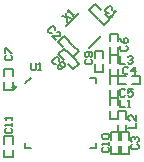
<source format=gto>
%FSLAX24Y24*%
%MOIN*%
G70*
G01*
G75*
G04 Layer_Color=65535*
%ADD10R,0.0197X0.0256*%
%ADD11R,0.0197X0.0236*%
%ADD12R,0.0236X0.0197*%
%ADD13R,0.0400X0.0370*%
G04:AMPARAMS|DCode=14|XSize=47.2mil|YSize=43.3mil|CornerRadius=0mil|HoleSize=0mil|Usage=FLASHONLY|Rotation=225.000|XOffset=0mil|YOffset=0mil|HoleType=Round|Shape=Rectangle|*
%AMROTATEDRECTD14*
4,1,4,0.0014,0.0320,0.0320,0.0014,-0.0014,-0.0320,-0.0320,-0.0014,0.0014,0.0320,0.0*
%
%ADD14ROTATEDRECTD14*%

%ADD15O,0.0256X0.0079*%
%ADD16O,0.0079X0.0256*%
%ADD17R,0.1850X0.1850*%
G04:AMPARAMS|DCode=18|XSize=19.7mil|YSize=23.6mil|CornerRadius=0mil|HoleSize=0mil|Usage=FLASHONLY|Rotation=225.000|XOffset=0mil|YOffset=0mil|HoleType=Round|Shape=Rectangle|*
%AMROTATEDRECTD18*
4,1,4,-0.0014,0.0153,0.0153,-0.0014,0.0014,-0.0153,-0.0153,0.0014,-0.0014,0.0153,0.0*
%
%ADD18ROTATEDRECTD18*%

%ADD19C,0.0370*%
%ADD20C,0.0080*%
%ADD21C,0.0090*%
%ADD22C,0.0060*%
%ADD23C,0.0240*%
%ADD24C,0.0260*%
%ADD25C,0.0098*%
%ADD26C,0.0079*%
%ADD27C,0.0050*%
D22*
X1928Y1678D02*
Y1934D01*
Y1226D02*
Y1482D01*
X1652Y1678D02*
X1652Y1934D01*
Y1226D02*
Y1482D01*
Y1226D02*
X1928Y1226D01*
X1652Y1934D02*
X1928Y1934D01*
X2208Y-192D02*
Y64D01*
Y-644D02*
Y-388D01*
X1932Y-192D02*
Y64D01*
Y-644D02*
Y-388D01*
Y-644D02*
X2208D01*
X1932Y64D02*
X2208D01*
X1928Y258D02*
Y514D01*
Y-194D02*
Y62D01*
X1652Y258D02*
X1652Y514D01*
Y-194D02*
Y62D01*
Y-194D02*
X1928D01*
X1652Y514D02*
X1928D01*
Y2388D02*
Y2644D01*
Y1936D02*
Y2192D01*
X1652Y2388D02*
Y2644D01*
Y1936D02*
Y2192D01*
Y1936D02*
X1928D01*
X1652Y2644D02*
X1928D01*
Y968D02*
Y1224D01*
Y516D02*
Y772D01*
X1652Y968D02*
Y1224D01*
Y516D02*
X1652Y772D01*
X1652Y516D02*
X1928D01*
X1652Y1224D02*
X1928D01*
X2032Y-1354D02*
Y-1098D01*
Y-646D02*
X2032Y-902D01*
X2308Y-1354D02*
Y-1098D01*
Y-902D02*
Y-646D01*
X2032D02*
X2308D01*
X2032Y-1354D02*
X2308D01*
X2398Y952D02*
X2654D01*
X1946D02*
X2202D01*
X2398Y1228D02*
X2654D01*
X1946D02*
X2202D01*
X1946Y952D02*
Y1228D01*
X2654Y952D02*
Y1228D01*
X1702Y-1354D02*
X1978D01*
X1702Y-646D02*
X1978D01*
Y-902D02*
Y-646D01*
Y-1354D02*
Y-1098D01*
X1702Y-902D02*
Y-646D01*
Y-1354D02*
Y-1098D01*
X1173Y3220D02*
X1270Y3123D01*
X212Y2900D02*
X630Y3318D01*
X311Y2370D02*
X414Y2267D01*
X950Y2162D02*
X1365Y2577D01*
X-1858Y-1474D02*
X-1582D01*
X-1858Y-766D02*
X-1582D01*
Y-1022D02*
Y-766D01*
Y-1474D02*
Y-1218D01*
X-1858Y-1022D02*
Y-766D01*
Y-1474D02*
Y-1218D01*
X1152Y2074D02*
X1428D01*
X1152Y1366D02*
X1428D01*
X1152D02*
Y1622D01*
Y1818D02*
Y2074D01*
X1428Y1366D02*
Y1622D01*
Y1818D02*
Y2074D01*
X-58Y1953D02*
X137Y2148D01*
X443Y1452D02*
X638Y1647D01*
X262Y1633D02*
X443Y1452D01*
X-58Y1953D02*
X123Y1772D01*
X457Y1828D02*
X638Y1647D01*
X137Y2148D02*
X318Y1967D01*
X-1858Y1472D02*
X-1582D01*
X-1858Y764D02*
X-1582D01*
X-1858D02*
Y1020D01*
Y1217D02*
Y1472D01*
X-1582Y764D02*
Y1020D01*
Y1217D02*
Y1472D01*
X-78Y2373D02*
X117Y2568D01*
X423Y1872D02*
X618Y2067D01*
X242Y2053D02*
X423Y1872D01*
X-78Y2373D02*
X103Y2192D01*
X437Y2248D02*
X618Y2067D01*
X117Y2568D02*
X298Y2387D01*
X1473Y2922D02*
X1668Y3117D01*
X972Y3423D02*
X1167Y3618D01*
X1348Y3437D01*
X1487Y3298D02*
X1668Y3117D01*
X972Y3423D02*
X1153Y3242D01*
X1292Y3103D02*
X1473Y2922D01*
D25*
X-1486Y866D02*
G03*
X-1486Y866I-49J0D01*
G01*
D26*
X-1181Y984D02*
X-984Y1181D01*
X984D02*
X1181D01*
Y984D02*
Y1181D01*
Y-1181D02*
Y-984D01*
X984Y-1181D02*
X1181D01*
X-1181D02*
X-984D01*
X-1181D02*
Y-984D01*
D27*
X2000Y1900D02*
Y1650D01*
X2167D01*
X2250Y1858D02*
X2292Y1900D01*
X2375D01*
X2417Y1858D01*
Y1817D01*
X2375Y1775D01*
X2333D01*
X2375D01*
X2417Y1733D01*
Y1692D01*
X2375Y1650D01*
X2292D01*
X2250Y1692D01*
X2280Y-500D02*
X2530D01*
Y-333D01*
Y-83D02*
Y-250D01*
X2363Y-83D01*
X2322D01*
X2280Y-125D01*
Y-208D01*
X2322Y-250D01*
X2000Y450D02*
Y200D01*
X2167D01*
X2250D02*
X2333D01*
X2292D01*
Y450D01*
X2250Y408D01*
X2042Y2247D02*
X2000Y2205D01*
Y2122D01*
X2042Y2080D01*
X2208D01*
X2250Y2122D01*
Y2205D01*
X2208Y2247D01*
X2000Y2497D02*
X2042Y2413D01*
X2125Y2330D01*
X2208D01*
X2250Y2372D01*
Y2455D01*
X2208Y2497D01*
X2167D01*
X2125Y2455D01*
Y2330D01*
X2167Y758D02*
X2125Y800D01*
X2042D01*
X2000Y758D01*
Y592D01*
X2042Y550D01*
X2125D01*
X2167Y592D01*
X2417Y800D02*
X2250D01*
Y675D01*
X2333Y717D01*
X2375D01*
X2417Y675D01*
Y592D01*
X2375Y550D01*
X2292D01*
X2250Y592D01*
X2412Y-1043D02*
X2370Y-1085D01*
Y-1168D01*
X2412Y-1210D01*
X2578D01*
X2620Y-1168D01*
Y-1085D01*
X2578Y-1043D01*
X2412Y-960D02*
X2370Y-918D01*
Y-835D01*
X2412Y-793D01*
X2453D01*
X2495Y-835D01*
Y-877D01*
Y-835D01*
X2537Y-793D01*
X2578D01*
X2620Y-835D01*
Y-918D01*
X2578Y-960D01*
X2277Y1498D02*
X2235Y1540D01*
X2152D01*
X2110Y1498D01*
Y1332D01*
X2152Y1290D01*
X2235D01*
X2277Y1332D01*
X2485Y1290D02*
Y1540D01*
X2360Y1415D01*
X2527D01*
X-1801Y1919D02*
X-1842Y1877D01*
Y1794D01*
X-1801Y1752D01*
X-1634D01*
X-1593Y1794D01*
Y1877D01*
X-1634Y1919D01*
X-1842Y2002D02*
Y2168D01*
X-1801D01*
X-1634Y2002D01*
X-1593D01*
X-165Y2769D02*
Y2828D01*
X-224Y2887D01*
X-283D01*
X-401Y2769D01*
Y2711D01*
X-342Y2652D01*
X-283D01*
X-135Y2445D02*
X-253Y2563D01*
X-18D01*
X12Y2593D01*
Y2652D01*
X-47Y2711D01*
X-106D01*
X872Y1787D02*
X830Y1745D01*
Y1662D01*
X872Y1620D01*
X1038D01*
X1080Y1662D01*
Y1745D01*
X1038Y1787D01*
Y1870D02*
X1080Y1912D01*
Y1995D01*
X1038Y2037D01*
X872D01*
X830Y1995D01*
Y1912D01*
X872Y1870D01*
X913D01*
X955Y1912D01*
Y2037D01*
X-25Y1749D02*
Y1808D01*
X-84Y1867D01*
X-143D01*
X-261Y1749D01*
Y1691D01*
X-202Y1632D01*
X-143D01*
X34Y1691D02*
X93D01*
X152Y1632D01*
Y1573D01*
X122Y1543D01*
X63D01*
X63Y1484D01*
X34Y1455D01*
X-25D01*
X-84Y1514D01*
Y1573D01*
X-54Y1602D01*
X5Y1602D01*
Y1661D01*
X34Y1691D01*
X5Y1602D02*
X63Y1543D01*
X-1800Y-513D02*
X-1842Y-555D01*
Y-638D01*
X-1800Y-680D01*
X-1634D01*
X-1592Y-638D01*
Y-555D01*
X-1634Y-513D01*
X-1592Y-430D02*
Y-347D01*
Y-388D01*
X-1842D01*
X-1800Y-430D01*
X-1592Y-222D02*
Y-139D01*
Y-180D01*
X-1842D01*
X-1800Y-222D01*
X-970Y1670D02*
Y1462D01*
X-928Y1420D01*
X-845D01*
X-803Y1462D01*
Y1670D01*
X-720Y1420D02*
X-637D01*
X-678D01*
Y1670D01*
X-720Y1628D01*
X63Y3227D02*
X358Y3168D01*
X181Y3345D02*
X240Y3050D01*
X417Y3227D02*
X476Y3286D01*
X446Y3256D01*
X269Y3433D01*
Y3374D01*
X1745Y3449D02*
Y3508D01*
X1686Y3567D01*
X1627D01*
X1509Y3449D01*
Y3391D01*
X1568Y3332D01*
X1627D01*
X1657Y3243D02*
X1716Y3184D01*
X1686Y3214D01*
X1863Y3391D01*
X1804D01*
X1432Y-1143D02*
X1390Y-1185D01*
Y-1268D01*
X1432Y-1310D01*
X1598D01*
X1640Y-1268D01*
Y-1185D01*
X1598Y-1143D01*
X1640Y-1060D02*
Y-977D01*
Y-1018D01*
X1390D01*
X1432Y-1060D01*
Y-852D02*
X1390Y-810D01*
Y-727D01*
X1432Y-685D01*
X1598D01*
X1640Y-727D01*
Y-810D01*
X1598Y-852D01*
X1432D01*
M02*

</source>
